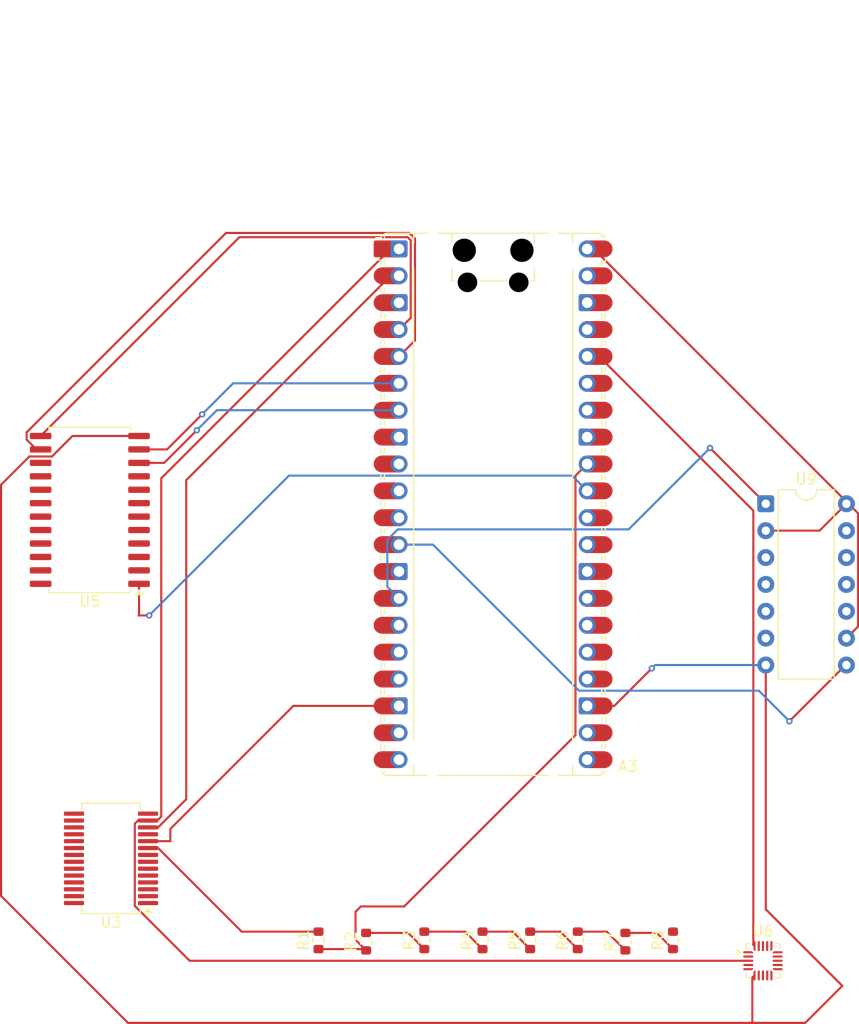
<source format=kicad_pcb>
(kicad_pcb (version 20241229) (generator "pcbnew") (generator_version "9.0")
  (layers (0 "F.Cu" signal) (2 "B.Cu" signal) (13 "F.Paste" user) (15 "B.Paste" user) (5 "F.SilkS" user "F.Silkscreen") (7 "B.SilkS" user "B.Silkscreen") (1 "F.Mask" user) (3 "B.Mask" user) (25 "Edge.Cuts" user))
  (net 0 "")
  (net 3 "Net-(A3-3V3)")
  (net 4 "Net-(A3-GPIO19)")
  (net 6 "Net-(A3-GPIO26_ADC0)")
  (net 7 "Net-(A3-GPIO13)")
  (net 9 "Net-(A3-VBUS)")
  (net 10 "Net-(A3-GPIO2)")
  (net 11 "Net-(A3-GPIO14)")
  (net 12 "Net-(U3-VSS)")
  (net 13 "Net-(A3-GPIO9)")
  (net 14 "Net-(A3-GPIO4)")
  (net 16 "Net-(A3-GPIO27_ADC1)")
  (net 17 "Net-(A3-GPIO3)")
  (net 18 "Net-(A3-GPIO15)")
  (net 19 "Net-(A3-GPIO10)")
  (net 21 "Net-(A3-GPIO20)")
  (net 22 "Net-(A3-GPIO18)")
  (net 23 "Net-(A3-GPIO12)")
  (net 24 "Net-(A3-GPIO16)")
  (net 26 "Net-(A3-GPIO11)")
  (net 29 "Net-(A3-GPIO5)")
  (net 30 "Net-(A3-GPIO21)")
  (net 31 "Net-(A3-GPIO17)")
  (net 32 "Net-(A3-GPIO0)")
  (net 34 "Net-(A3-GPIO1)")
  (net 35 "Net-(R2-Pad2)")
  (net 36 "Net-(R3-Pad2)")
  (net 37 "Net-(R4-Pad2)")
  (net 38 "Net-(R5-Pad2)")
  (net 39 "Net-(R6-Pad2)")
  (net 40 "Net-(R7-Pad2)")
  (net 41 "Net-(R8-Pad2)")
  (net 42 "Net-(U3-GPA3)")
  (net 43 "Net-(U3-GPA6)")
  (net 44 "Net-(U3-GPB6)")
  (net 46 "Net-(U3-GPB4)")
  (net 47 "Net-(U3-GPB5)")
  (net 49 "Net-(U3-GPA4)")
  (net 51 "Net-(U3-GPB7)")
  (net 54 "Net-(U3-GPA7)")
  (net 58 "Net-(U3-GPA0)")
  (net 59 "Net-(U3-GPA5)")
  (net 63 "Net-(U3-GPA2)")
  (net 65 "Net-(U3-GPA1)")
  (net 66 "Net-(U5-I9)")
  (net 68 "Net-(U5-I14)")
  (net 69 "Net-(U5-I10)")
  (net 70 "Net-(U5-I13)")
  (net 71 "Net-(U5-I11)")
  (net 72 "Net-(U5-I8)")
  (net 73 "Net-(U5-I1)")
  (net 74 "Net-(U5-I15)")
  (net 75 "Net-(U5-I4)")
  (net 76 "Net-(U5-I5)")
  (net 77 "Net-(U5-I12)")
  (net 78 "Net-(U5-I0)")
  (net 79 "Net-(U5-I6)")
  (net 80 "Net-(U5-I3)")
  (net 81 "Net-(U5-I2)")
  (net 82 "Net-(U5-I7)")
  (footprint "Resistor_SMD:R_0603_1608Metric" (layer "F.Cu") (at 99.5 139.205 90)
    (property "Reference" "R1" (at 0 -1.43 90) (layer "F.SilkS"))
    (property "Value" "10k")
    (pad "1" smd roundrect (at -0.825 0 90) (size 0.8 0.95) (layers "F.Cu" "F.Mask" "F.Paste") (net 16 "Net-(A3-GPIO27_ADC1)"))
    (pad "2" smd roundrect (at 0.825 0 90) (size 0.8 0.95) (layers "F.Cu" "F.Mask" "F.Paste") (net 3 "Net-(A3-3V3)"))
  )
  (footprint "Package_DFN_QFN:UQFN-20_3x3mm_P0.4mm" (layer "F.Cu") (at 141.5025 141.13)
    (property "Reference" "U6" (at 0 -2.8 0) (layer "F.SilkS"))
    (property "Value" "MPR121QR2")
    (pad "1" smd custom (at -1.3875 -0.8) (size 0.115147 0.115147) (layers "F.Cu" "F.Mask" "F.Paste") (options (clearance outline) (anchor circle)) (primitives (gr_poly (pts (xy -0.4225 -0.06) (xy 0.325931 -0.06) (xy 0.4225 0.036569) (xy 0.4225 0.06) (xy -0.4225 0.06)) (width 0.08) (fill yes))))
    (pad "2" smd roundrect (at -1.3875 -0.4) (size 0.925 0.2) (layers "F.Cu" "F.Mask" "F.Paste") (net 34 "Net-(A3-GPIO1)"))
    (pad "3" smd roundrect (at -1.3875 0) (size 0.925 0.2) (layers "F.Cu" "F.Mask" "F.Paste") (net 32 "Net-(A3-GPIO0)"))
    (pad "4" smd roundrect (at -1.3875 0.4) (size 0.925 0.2) (layers "F.Cu" "F.Mask" "F.Paste"))
    (pad "5" smd custom (at -1.3875 0.8) (size 0.115147 0.115147) (layers "F.Cu" "F.Mask" "F.Paste") (options (clearance outline) (anchor circle)) (primitives (gr_poly (pts (xy -0.4225 -0.06) (xy 0.4225 -0.06) (xy 0.4225 -0.036569) (xy 0.325931 0.06) (xy -0.4225 0.06)) (width 0.08) (fill yes))))
    (pad "6" smd custom (at -0.8 1.3875) (size 0.115147 0.115147) (layers "F.Cu" "F.Mask" "F.Paste") (net 12 "Net-(U3-VSS)") (options (clearance outline) (anchor circle)) (primitives (gr_poly (pts (xy -0.06 -0.325931) (xy 0.036569 -0.4225) (xy 0.06 -0.4225) (xy 0.06 0.4225) (xy -0.06 0.4225)) (width 0.08) (fill yes))))
    (pad "7" smd roundrect (at -0.4 1.3875) (size 0.2 0.925) (layers "F.Cu" "F.Mask" "F.Paste"))
    (pad "8" smd roundrect (at 0 1.3875) (size 0.2 0.925) (layers "F.Cu" "F.Mask" "F.Paste"))
    (pad "9" smd roundrect (at 0.4 1.3875) (size 0.2 0.925) (layers "F.Cu" "F.Mask" "F.Paste"))
    (pad "10" smd custom (at 0.8 1.3875) (size 0.115147 0.115147) (layers "F.Cu" "F.Mask" "F.Paste") (options (clearance outline) (anchor circle)) (primitives (gr_poly (pts (xy -0.06 -0.4225) (xy -0.036569 -0.4225) (xy 0.06 -0.325931) (xy 0.06 0.4225) (xy -0.06 0.4225)) (width 0.08) (fill yes))))
    (pad "11" smd custom (at 1.3875 0.8) (size 0.115147 0.115147) (layers "F.Cu" "F.Mask" "F.Paste") (options (clearance outline) (anchor circle)) (primitives (gr_poly (pts (xy -0.4225 -0.06) (xy 0.4225 -0.06) (xy 0.4225 0.06) (xy -0.325931 0.06) (xy -0.4225 -0.036569)) (width 0.08) (fill yes))))
    (pad "12" smd roundrect (at 1.3875 0.4) (size 0.925 0.2) (layers "F.Cu" "F.Mask" "F.Paste"))
    (pad "13" smd roundrect (at 1.3875 0) (size 0.925 0.2) (layers "F.Cu" "F.Mask" "F.Paste"))
    (pad "14" smd roundrect (at 1.3875 -0.4) (size 0.925 0.2) (layers "F.Cu" "F.Mask" "F.Paste"))
    (pad "15" smd custom (at 1.3875 -0.8) (size 0.115147 0.115147) (layers "F.Cu" "F.Mask" "F.Paste") (options (clearance outline) (anchor circle)) (primitives (gr_poly (pts (xy -0.4225 0.036569) (xy -0.325931 -0.06) (xy 0.4225 -0.06) (xy 0.4225 0.06) (xy -0.4225 0.06)) (width 0.08) (fill yes))))
    (pad "16" smd custom (at 0.8 -1.3875) (size 0.115147 0.115147) (layers "F.Cu" "F.Mask" "F.Paste") (options (clearance outline) (anchor circle)) (primitives (gr_poly (pts (xy -0.06 -0.4225) (xy 0.06 -0.4225) (xy 0.06 0.325931) (xy -0.036569 0.4225) (xy -0.06 0.4225)) (width 0.08) (fill yes))))
    (pad "17" smd roundrect (at 0.4 -1.3875) (size 0.2 0.925) (layers "F.Cu" "F.Mask" "F.Paste"))
    (pad "18" smd roundrect (at 0 -1.3875) (size 0.2 0.925) (layers "F.Cu" "F.Mask" "F.Paste"))
    (pad "19" smd roundrect (at -0.4 -1.3875) (size 0.2 0.925) (layers "F.Cu" "F.Mask" "F.Paste"))
    (pad "20" smd custom (at -0.8 -1.3875) (size 0.115147 0.115147) (layers "F.Cu" "F.Mask" "F.Paste") (net 3 "Net-(A3-3V3)") (options (clearance outline) (anchor circle)) (primitives (gr_poly (pts (xy -0.06 -0.4225) (xy 0.06 -0.4225) (xy 0.06 0.4225) (xy 0.036569 0.4225) (xy -0.06 0.325931)) (width 0.08) (fill yes))))
  )
  (footprint "Package_SO:SOIC-24W_7.5x15.4mm_P1.27mm" (layer "F.Cu") (at 77.89 98.53 180)
    (property "Reference" "U5" (at 0 -8.65 0) (layer "F.SilkS"))
    (property "Value" "CD74HC4067M")
    (pad "1" smd roundrect (at -4.65 -6.985 180) (size 2.05 0.6) (layers "F.Cu" "F.Mask" "F.Paste") (net 6 "Net-(A3-GPIO26_ADC0)"))
    (pad "2" smd roundrect (at -4.65 -5.715 180) (size 2.05 0.6) (layers "F.Cu" "F.Mask" "F.Paste") (net 82 "Net-(U5-I7)"))
    (pad "3" smd roundrect (at -4.65 -4.445 180) (size 2.05 0.6) (layers "F.Cu" "F.Mask" "F.Paste") (net 79 "Net-(U5-I6)"))
    (pad "4" smd roundrect (at -4.65 -3.175 180) (size 2.05 0.6) (layers "F.Cu" "F.Mask" "F.Paste") (net 76 "Net-(U5-I5)"))
    (pad "5" smd roundrect (at -4.65 -1.905 180) (size 2.05 0.6) (layers "F.Cu" "F.Mask" "F.Paste") (net 75 "Net-(U5-I4)"))
    (pad "6" smd roundrect (at -4.65 -0.635 180) (size 2.05 0.6) (layers "F.Cu" "F.Mask" "F.Paste") (net 80 "Net-(U5-I3)"))
    (pad "7" smd roundrect (at -4.65 0.635 180) (size 2.05 0.6) (layers "F.Cu" "F.Mask" "F.Paste") (net 81 "Net-(U5-I2)"))
    (pad "8" smd roundrect (at -4.65 1.905 180) (size 2.05 0.6) (layers "F.Cu" "F.Mask" "F.Paste") (net 73 "Net-(U5-I1)"))
    (pad "9" smd roundrect (at -4.65 3.175 180) (size 2.05 0.6) (layers "F.Cu" "F.Mask" "F.Paste") (net 78 "Net-(U5-I0)"))
    (pad "10" smd roundrect (at -4.65 4.445 180) (size 2.05 0.6) (layers "F.Cu" "F.Mask" "F.Paste") (net 29 "Net-(A3-GPIO5)"))
    (pad "11" smd roundrect (at -4.65 5.715 180) (size 2.05 0.6) (layers "F.Cu" "F.Mask" "F.Paste") (net 14 "Net-(A3-GPIO4)"))
    (pad "12" smd roundrect (at -4.65 6.985 180) (size 2.05 0.6) (layers "F.Cu" "F.Mask" "F.Paste") (net 12 "Net-(U3-VSS)"))
    (pad "13" smd roundrect (at 4.65 6.985 180) (size 2.05 0.6) (layers "F.Cu" "F.Mask" "F.Paste") (net 10 "Net-(A3-GPIO2)"))
    (pad "14" smd roundrect (at 4.65 5.715 180) (size 2.05 0.6) (layers "F.Cu" "F.Mask" "F.Paste") (net 17 "Net-(A3-GPIO3)"))
    (pad "15" smd roundrect (at 4.65 4.445 180) (size 2.05 0.6) (layers "F.Cu" "F.Mask" "F.Paste"))
    (pad "16" smd roundrect (at 4.65 3.175 180) (size 2.05 0.6) (layers "F.Cu" "F.Mask" "F.Paste") (net 74 "Net-(U5-I15)"))
    (pad "17" smd roundrect (at 4.65 1.905 180) (size 2.05 0.6) (layers "F.Cu" "F.Mask" "F.Paste") (net 68 "Net-(U5-I14)"))
    (pad "18" smd roundrect (at 4.65 0.635 180) (size 2.05 0.6) (layers "F.Cu" "F.Mask" "F.Paste") (net 70 "Net-(U5-I13)"))
    (pad "19" smd roundrect (at 4.65 -0.635 180) (size 2.05 0.6) (layers "F.Cu" "F.Mask" "F.Paste") (net 77 "Net-(U5-I12)"))
    (pad "20" smd roundrect (at 4.65 -1.905 180) (size 2.05 0.6) (layers "F.Cu" "F.Mask" "F.Paste") (net 71 "Net-(U5-I11)"))
    (pad "21" smd roundrect (at 4.65 -3.175 180) (size 2.05 0.6) (layers "F.Cu" "F.Mask" "F.Paste") (net 69 "Net-(U5-I10)"))
    (pad "22" smd roundrect (at 4.65 -4.445 180) (size 2.05 0.6) (layers "F.Cu" "F.Mask" "F.Paste") (net 66 "Net-(U5-I9)"))
    (pad "23" smd roundrect (at 4.65 -5.715 180) (size 2.05 0.6) (layers "F.Cu" "F.Mask" "F.Paste") (net 72 "Net-(U5-I8)"))
    (pad "24" smd roundrect (at 4.65 -6.985 180) (size 2.05 0.6) (layers "F.Cu" "F.Mask" "F.Paste") (net 3 "Net-(A3-3V3)"))
  )
  (footprint "Package_DIP:DIP-14_W7.62mm" (layer "F.Cu") (at 141.77 97.95)
    (property "Reference" "U9" (at 3.81 -2.33 0) (layer "F.SilkS"))
    (property "Value" "74HCT164")
    (pad "1" thru_hole roundrect (at 0 0) (size 1.6 1.6) (drill 0.8) (layers "*.Cu" "*.Mask") (roundrect_rratio 0.15625) (net 19 "Net-(A3-GPIO10)"))
    (pad "2" thru_hole circle (at 0 2.54) (size 1.6 1.6) (drill 0.8) (layers "*.Cu" "*.Mask") (net 9 "Net-(A3-VBUS)"))
    (pad "3" thru_hole circle (at 0 5.08) (size 1.6 1.6) (drill 0.8) (layers "*.Cu" "*.Mask"))
    (pad "4" thru_hole circle (at 0 7.62) (size 1.6 1.6) (drill 0.8) (layers "*.Cu" "*.Mask"))
    (pad "5" thru_hole circle (at 0 10.16) (size 1.6 1.6) (drill 0.8) (layers "*.Cu" "*.Mask"))
    (pad "6" thru_hole circle (at 0 12.7) (size 1.6 1.6) (drill 0.8) (layers "*.Cu" "*.Mask"))
    (pad "7" thru_hole circle (at 0 15.24) (size 1.6 1.6) (drill 0.8) (layers "*.Cu" "*.Mask") (net 12 "Net-(U3-VSS)"))
    (pad "8" thru_hole circle (at 7.62 15.24) (size 1.6 1.6) (drill 0.8) (layers "*.Cu" "*.Mask") (net 13 "Net-(A3-GPIO9)"))
    (pad "9" thru_hole circle (at 7.62 12.7) (size 1.6 1.6) (drill 0.8) (layers "*.Cu" "*.Mask") (net 9 "Net-(A3-VBUS)"))
    (pad "10" thru_hole circle (at 7.62 10.16) (size 1.6 1.6) (drill 0.8) (layers "*.Cu" "*.Mask"))
    (pad "11" thru_hole circle (at 7.62 7.62) (size 1.6 1.6) (drill 0.8) (layers "*.Cu" "*.Mask"))
    (pad "12" thru_hole circle (at 7.62 5.08) (size 1.6 1.6) (drill 0.8) (layers "*.Cu" "*.Mask"))
    (pad "13" thru_hole circle (at 7.62 2.54) (size 1.6 1.6) (drill 0.8) (layers "*.Cu" "*.Mask"))
    (pad "14" thru_hole circle (at 7.62 0) (size 1.6 1.6) (drill 0.8) (layers "*.Cu" "*.Mask") (net 9 "Net-(A3-VBUS)"))
  )
  (footprint "Resistor_SMD:R_0603_1608Metric" (layer "F.Cu") (at 133 139.205 90)
    (property "Reference" "R8" (at 0 -1.43 90) (layer "F.SilkS"))
    (property "Value" "15k")
    (pad "1" smd roundrect (at -0.825 0 90) (size 0.8 0.95) (layers "F.Cu" "F.Mask" "F.Paste") (net 40 "Net-(R7-Pad2)"))
    (pad "2" smd roundrect (at 0.825 0 90) (size 0.8 0.95) (layers "F.Cu" "F.Mask" "F.Paste") (net 41 "Net-(R8-Pad2)"))
  )
  (footprint "Resistor_SMD:R_0603_1608Metric" (layer "F.Cu") (at 104 139.325 90)
    (property "Reference" "R2" (at 0 -1.43 90) (layer "F.SilkS"))
    (property "Value" "1.2k")
    (pad "1" smd roundrect (at -0.825 0 90) (size 0.8 0.95) (layers "F.Cu" "F.Mask" "F.Paste") (net 16 "Net-(A3-GPIO27_ADC1)"))
    (pad "2" smd roundrect (at 0.825 0 90) (size 0.8 0.95) (layers "F.Cu" "F.Mask" "F.Paste") (net 35 "Net-(R2-Pad2)"))
  )
  (footprint "Module:RaspberryPi_Pico_Common_Unspecified" (layer "F.Cu") (at 116 98)
    (property "Reference" "A3" (at 11.7475 24.765 0) (layer "F.SilkS") (effects (justify left)))
    (property "Value" "RaspberryPi_Pico")
    (pad "" np_thru_hole circle (at -2.725 -24) (size 2.2 2.2) (drill 2.2) (layers "*.Mask"))
    (pad "" np_thru_hole circle (at -2.425 -20.97) (size 1.85 1.85) (drill 1.85) (layers "*.Mask"))
    (pad "" np_thru_hole circle (at 2.425 -20.97) (size 1.85 1.85) (drill 1.85) (layers "*.Mask"))
    (pad "" np_thru_hole circle (at 2.725 -24) (size 2.2 2.2) (drill 2.2) (layers "*.Mask"))
    (pad "1" smd custom (at -9.69 -24.13) (size 1.6 0.8) (layers "F.Cu" "F.Mask") (net 32 "Net-(A3-GPIO0)") (options (clearance outline) (anchor rect)) (primitives (gr_circle (center 0.8 0) (end 1.6 0) (width 0) (fill yes)) (gr_poly (pts (xy -1.6 -0.6) (xy -1.6 0.6) (xy -1.4 0.8) (xy 0.8 0.8) (xy 0.8 -0.8) (xy -1.4 -0.8)) (width 0) (fill yes)) (gr_circle (center -1.4 -0.6) (end -1.2 -0.6) (width 0) (fill yes)) (gr_circle (center -1.4 0.6) (end -1.2 0.6) (width 0) (fill yes))))
    (pad "1" thru_hole roundrect (at -8.89 -24.13) (size 1.6 1.6) (drill 1) (layers "*.Cu" "*.Mask") (roundrect_rratio 0.125) (net 32 "Net-(A3-GPIO0)"))
    (pad "2" smd roundrect (at -9.69 -21.59) (size 3.2 1.6) (layers "F.Cu" "F.Mask") (roundrect_rratio 0.5) (net 34 "Net-(A3-GPIO1)"))
    (pad "2" thru_hole circle (at -8.89 -21.59) (size 1.6 1.6) (drill 1) (layers "*.Cu" "*.Mask") (net 34 "Net-(A3-GPIO1)"))
    (pad "3" smd custom (at -9.69 -19.05) (size 1.6 0.8) (layers "F.Cu" "F.Mask") (net 12 "Net-(U3-VSS)") (options (clearance outline) (anchor rect)) (primitives (gr_circle (center -0.8 0) (end 0 0) (width 0) (fill yes)) (gr_poly (pts (xy 1.6 -0.6) (xy 1.6 0.6) (xy 1.4 0.8) (xy -0.8 0.8) (xy -0.8 -0.8) (xy 1.4 -0.8)) (width 0) (fill yes)) (gr_circle (center 1.4 -0.6) (end 1.6 -0.6) (width 0) (fill yes)) (gr_circle (center 1.4 0.6) (end 1.6 0.6) (width 0) (fill yes))))
    (pad "3" thru_hole custom (at -8.89 -19.05) (size 1.6 1.6) (drill 1) (layers "*.Cu" "*.Mask") (net 12 "Net-(U3-VSS)") (options (clearance outline) (anchor circle)) (primitives (gr_poly (pts (xy 0.8 0.6) (xy 0.8 -0.6) (xy 0.6 -0.8) (xy 0 -0.8) (xy 0 0.8) (xy 0.6 0.8)) (width 0) (fill yes)) (gr_circle (center 0.6 0.6) (end 0.8 0.6) (width 0) (fill yes)) (gr_circle (center 0.6 -0.6) (end 0.8 -0.6) (width 0) (fill yes))))
    (pad "4" smd roundrect (at -9.69 -16.51) (size 3.2 1.6) (layers "F.Cu" "F.Mask") (roundrect_rratio 0.5) (net 10 "Net-(A3-GPIO2)"))
    (pad "4" thru_hole circle (at -8.89 -16.51) (size 1.6 1.6) (drill 1) (layers "*.Cu" "*.Mask") (net 10 "Net-(A3-GPIO2)"))
    (pad "5" smd roundrect (at -9.69 -13.97) (size 3.2 1.6) (layers "F.Cu" "F.Mask") (roundrect_rratio 0.5) (net 17 "Net-(A3-GPIO3)"))
    (pad "5" thru_hole circle (at -8.89 -13.97) (size 1.6 1.6) (drill 1) (layers "*.Cu" "*.Mask") (net 17 "Net-(A3-GPIO3)"))
    (pad "6" smd roundrect (at -9.69 -11.43) (size 3.2 1.6) (layers "F.Cu" "F.Mask") (roundrect_rratio 0.5) (net 14 "Net-(A3-GPIO4)"))
    (pad "6" thru_hole circle (at -8.89 -11.43) (size 1.6 1.6) (drill 1) (layers "*.Cu" "*.Mask") (net 14 "Net-(A3-GPIO4)"))
    (pad "7" smd roundrect (at -9.69 -8.89) (size 3.2 1.6) (layers "F.Cu" "F.Mask") (roundrect_rratio 0.5) (net 29 "Net-(A3-GPIO5)"))
    (pad "7" thru_hole circle (at -8.89 -8.89) (size 1.6 1.6) (drill 1) (layers "*.Cu" "*.Mask") (net 29 "Net-(A3-GPIO5)"))
    (pad "8" smd custom (at -9.69 -6.35) (size 1.6 0.8) (layers "F.Cu" "F.Mask") (net 12 "Net-(U3-VSS)") (options (clearance outline) (anchor rect)) (primitives (gr_circle (center -0.8 0) (end 0 0) (width 0) (fill yes)) (gr_poly (pts (xy 1.6 -0.6) (xy 1.6 0.6) (xy 1.4 0.8) (xy -0.8 0.8) (xy -0.8 -0.8) (xy 1.4 -0.8)) (width 0) (fill yes)) (gr_circle (center 1.4 -0.6) (end 1.6 -0.6) (width 0) (fill yes)) (gr_circle (center 1.4 0.6) (end 1.6 0.6) (width 0) (fill yes))))
    (pad "8" thru_hole custom (at -8.89 -6.35) (size 1.6 1.6) (drill 1) (layers "*.Cu" "*.Mask") (net 12 "Net-(U3-VSS)") (options (clearance outline) (anchor circle)) (primitives (gr_poly (pts (xy 0.8 0.6) (xy 0.8 -0.6) (xy 0.6 -0.8) (xy 0 -0.8) (xy 0 0.8) (xy 0.6 0.8)) (width 0) (fill yes)) (gr_circle (center 0.6 0.6) (end 0.8 0.6) (width 0) (fill yes)) (gr_circle (center 0.6 -0.6) (end 0.8 -0.6) (width 0) (fill yes))))
    (pad "9" smd roundrect (at -9.69 -3.81) (size 3.2 1.6) (layers "F.Cu" "F.Mask") (roundrect_rratio 0.5))
    (pad "9" thru_hole circle (at -8.89 -3.81) (size 1.6 1.6) (drill 1) (layers "*.Cu" "*.Mask"))
    (pad "10" smd roundrect (at -9.69 -1.27) (size 3.2 1.6) (layers "F.Cu" "F.Mask") (roundrect_rratio 0.5))
    (pad "10" thru_hole circle (at -8.89 -1.27) (size 1.6 1.6) (drill 1) (layers "*.Cu" "*.Mask"))
    (pad "11" smd roundrect (at -9.69 1.27) (size 3.2 1.6) (layers "F.Cu" "F.Mask") (roundrect_rratio 0.5))
    (pad "11" thru_hole circle (at -8.89 1.27) (size 1.6 1.6) (drill 1) (layers "*.Cu" "*.Mask"))
    (pad "12" smd roundrect (at -9.69 3.81) (size 3.2 1.6) (layers "F.Cu" "F.Mask") (roundrect_rratio 0.5) (net 13 "Net-(A3-GPIO9)"))
    (pad "12" thru_hole circle (at -8.89 3.81) (size 1.6 1.6) (drill 1) (layers "*.Cu" "*.Mask") (net 13 "Net-(A3-GPIO9)"))
    (pad "13" smd custom (at -9.69 6.35) (size 1.6 0.8) (layers "F.Cu" "F.Mask") (net 12 "Net-(U3-VSS)") (options (clearance outline) (anchor rect)) (primitives (gr_circle (center -0.8 0) (end 0 0) (width 0) (fill yes)) (gr_poly (pts (xy 1.6 -0.6) (xy 1.6 0.6) (xy 1.4 0.8) (xy -0.8 0.8) (xy -0.8 -0.8) (xy 1.4 -0.8)) (width 0) (fill yes)) (gr_circle (center 1.4 -0.6) (end 1.6 -0.6) (width 0) (fill yes)) (gr_circle (center 1.4 0.6) (end 1.6 0.6) (width 0) (fill yes))))
    (pad "13" thru_hole custom (at -8.89 6.35) (size 1.6 1.6) (drill 1) (layers "*.Cu" "*.Mask") (net 12 "Net-(U3-VSS)") (options (clearance outline) (anchor circle)) (primitives (gr_poly (pts (xy 0.8 0.6) (xy 0.8 -0.6) (xy 0.6 -0.8) (xy 0 -0.8) (xy 0 0.8) (xy 0.6 0.8)) (width 0) (fill yes)) (gr_circle (center 0.6 0.6) (end 0.8 0.6) (width 0) (fill yes)) (gr_circle (center 0.6 -0.6) (end 0.8 -0.6) (width 0) (fill yes))))
    (pad "14" smd roundrect (at -9.69 8.89) (size 3.2 1.6) (layers "F.Cu" "F.Mask") (roundrect_rratio 0.5) (net 19 "Net-(A3-GPIO10)"))
    (pad "14" thru_hole circle (at -8.89 8.89) (size 1.6 1.6) (drill 1) (layers "*.Cu" "*.Mask") (net 19 "Net-(A3-GPIO10)"))
    (pad "15" smd roundrect (at -9.69 11.43) (size 3.2 1.6) (layers "F.Cu" "F.Mask") (roundrect_rratio 0.5) (net 26 "Net-(A3-GPIO11)"))
    (pad "15" thru_hole circle (at -8.89 11.43) (size 1.6 1.6) (drill 1) (layers "*.Cu" "*.Mask") (net 26 "Net-(A3-GPIO11)"))
    (pad "16" smd roundrect (at -9.69 13.97) (size 3.2 1.6) (layers "F.Cu" "F.Mask") (roundrect_rratio 0.5) (net 23 "Net-(A3-GPIO12)"))
    (pad "16" thru_hole circle (at -8.89 13.97) (size 1.6 1.6) (drill 1) (layers "*.Cu" "*.Mask") (net 23 "Net-(A3-GPIO12)"))
    (pad "17" smd roundrect (at -9.69 16.51) (size 3.2 1.6) (layers "F.Cu" "F.Mask") (roundrect_rratio 0.5) (net 7 "Net-(A3-GPIO13)"))
    (pad "17" thru_hole circle (at -8.89 16.51) (size 1.6 1.6) (drill 1) (layers "*.Cu" "*.Mask") (net 7 "Net-(A3-GPIO13)"))
    (pad "18" smd custom (at -9.69 19.05) (size 1.6 0.8) (layers "F.Cu" "F.Mask") (net 12 "Net-(U3-VSS)") (options (clearance outline) (anchor rect)) (primitives (gr_circle (center -0.8 0) (end 0 0) (width 0) (fill yes)) (gr_poly (pts (xy 1.6 -0.6) (xy 1.6 0.6) (xy 1.4 0.8) (xy -0.8 0.8) (xy -0.8 -0.8) (xy 1.4 -0.8)) (width 0) (fill yes)) (gr_circle (center 1.4 -0.6) (end 1.6 -0.6) (width 0) (fill yes)) (gr_circle (center 1.4 0.6) (end 1.6 0.6) (width 0) (fill yes))))
    (pad "18" thru_hole custom (at -8.89 19.05) (size 1.6 1.6) (drill 1) (layers "*.Cu" "*.Mask") (net 12 "Net-(U3-VSS)") (options (clearance outline) (anchor circle)) (primitives (gr_poly (pts (xy 0.8 0.6) (xy 0.8 -0.6) (xy 0.6 -0.8) (xy 0 -0.8) (xy 0 0.8) (xy 0.6 0.8)) (width 0) (fill yes)) (gr_circle (center 0.6 0.6) (end 0.8 0.6) (width 0) (fill yes)) (gr_circle (center 0.6 -0.6) (end 0.8 -0.6) (width 0) (fill yes))))
    (pad "19" smd roundrect (at -9.69 21.59) (size 3.2 1.6) (layers "F.Cu" "F.Mask") (roundrect_rratio 0.5) (net 11 "Net-(A3-GPIO14)"))
    (pad "19" thru_hole circle (at -8.89 21.59) (size 1.6 1.6) (drill 1) (layers "*.Cu" "*.Mask") (net 11 "Net-(A3-GPIO14)"))
    (pad "20" smd roundrect (at -9.69 24.13) (size 3.2 1.6) (layers "F.Cu" "F.Mask") (roundrect_rratio 0.5) (net 18 "Net-(A3-GPIO15)"))
    (pad "20" thru_hole circle (at -8.89 24.13) (size 1.6 1.6) (drill 1) (layers "*.Cu" "*.Mask") (net 18 "Net-(A3-GPIO15)"))
    (pad "21" thru_hole circle (at 8.89 24.13) (size 1.6 1.6) (drill 1) (layers "*.Cu" "*.Mask") (net 24 "Net-(A3-GPIO16)"))
    (pad "21" smd roundrect (at 9.69 24.13) (size 3.2 1.6) (layers "F.Cu" "F.Mask") (roundrect_rratio 0.5) (net 24 "Net-(A3-GPIO16)"))
    (pad "22" thru_hole circle (at 8.89 21.59) (size 1.6 1.6) (drill 1) (layers "*.Cu" "*.Mask") (net 31 "Net-(A3-GPIO17)"))
    (pad "22" smd roundrect (at 9.69 21.59) (size 3.2 1.6) (layers "F.Cu" "F.Mask") (roundrect_rratio 0.5) (net 31 "Net-(A3-GPIO17)"))
    (pad "23" thru_hole custom (at 8.89 19.05) (size 1.6 1.6) (drill 1) (layers "*.Cu" "*.Mask") (net 12 "Net-(U3-VSS)") (options (clearance outline) (anchor circle)) (primitives (gr_poly (pts (xy -0.8 0.6) (xy -0.8 -0.6) (xy -0.6 -0.8) (xy 0 -0.8) (xy 0 0.8) (xy -0.6 0.8)) (width 0) (fill yes)) (gr_circle (center -0.6 0.6) (end -0.4 0.6) (width 0) (fill yes)) (gr_circle (center -0.6 -0.6) (end -0.4 -0.6) (width 0) (fill yes))))
    (pad "23" smd custom (at 9.69 19.05) (size 1.6 0.8) (layers "F.Cu" "F.Mask") (net 12 "Net-(U3-VSS)") (options (clearance outline) (anchor rect)) (primitives (gr_circle (center 0.8 0) (end 1.6 0) (width 0) (fill yes)) (gr_poly (pts (xy -1.6 -0.6) (xy -1.6 0.6) (xy -1.4 0.8) (xy 0.8 0.8) (xy 0.8 -0.8) (xy -1.4 -0.8)) (width 0) (fill yes)) (gr_circle (center -1.4 -0.6) (end -1.2 -0.6) (width 0) (fill yes)) (gr_circle (center -1.4 0.6) (end -1.2 0.6) (width 0) (fill yes))))
    (pad "24" thru_hole circle (at 8.89 16.51) (size 1.6 1.6) (drill 1) (layers "*.Cu" "*.Mask") (net 22 "Net-(A3-GPIO18)"))
    (pad "24" smd roundrect (at 9.69 16.51) (size 3.2 1.6) (layers "F.Cu" "F.Mask") (roundrect_rratio 0.5) (net 22 "Net-(A3-GPIO18)"))
    (pad "25" thru_hole circle (at 8.89 13.97) (size 1.6 1.6) (drill 1) (layers "*.Cu" "*.Mask") (net 4 "Net-(A3-GPIO19)"))
    (pad "25" smd roundrect (at 9.69 13.97) (size 3.2 1.6) (layers "F.Cu" "F.Mask") (roundrect_rratio 0.5) (net 4 "Net-(A3-GPIO19)"))
    (pad "26" thru_hole circle (at 8.89 11.43) (size 1.6 1.6) (drill 1) (layers "*.Cu" "*.Mask") (net 21 "Net-(A3-GPIO20)"))
    (pad "26" smd roundrect (at 9.69 11.43) (size 3.2 1.6) (layers "F.Cu" "F.Mask") (roundrect_rratio 0.5) (net 21 "Net-(A3-GPIO20)"))
    (pad "27" thru_hole circle (at 8.89 8.89) (size 1.6 1.6) (drill 1) (layers "*.Cu" "*.Mask") (net 30 "Net-(A3-GPIO21)"))
    (pad "27" smd roundrect (at 9.69 8.89) (size 3.2 1.6) (layers "F.Cu" "F.Mask") (roundrect_rratio 0.5) (net 30 "Net-(A3-GPIO21)"))
    (pad "28" thru_hole custom (at 8.89 6.35) (size 1.6 1.6) (drill 1) (layers "*.Cu" "*.Mask") (net 12 "Net-(U3-VSS)") (options (clearance outline) (anchor circle)) (primitives (gr_poly (pts (xy -0.8 0.6) (xy -0.8 -0.6) (xy -0.6 -0.8) (xy 0 -0.8) (xy 0 0.8) (xy -0.6 0.8)) (width 0) (fill yes)) (gr_circle (center -0.6 0.6) (end -0.4 0.6) (width 0) (fill yes)) (gr_circle (center -0.6 -0.6) (end -0.4 -0.6) (width 0) (fill yes))))
    (pad "28" smd custom (at 9.69 6.35) (size 1.6 0.8) (layers "F.Cu" "F.Mask") (net 12 "Net-(U3-VSS)") (options (clearance outline) (anchor rect)) (primitives (gr_circle (center 0.8 0) (end 1.6 0) (width 0) (fill yes)) (gr_poly (pts (xy -1.6 -0.6) (xy -1.6 0.6) (xy -1.4 0.8) (xy 0.8 0.8) (xy 0.8 -0.8) (xy -1.4 -0.8)) (width 0) (fill yes)) (gr_circle (center -1.4 -0.6) (end -1.2 -0.6) (width 0) (fill yes)) (gr_circle (center -1.4 0.6) (end -1.2 0.6) (width 0) (fill yes))))
    (pad "29" thru_hole circle (at 8.89 3.81) (size 1.6 1.6) (drill 1) (layers "*.Cu" "*.Mask"))
    (pad "29" smd roundrect (at 9.69 3.81) (size 3.2 1.6) (layers "F.Cu" "F.Mask") (roundrect_rratio 0.5))
    (pad "30" thru_hole circle (at 8.89 1.27) (size 1.6 1.6) (drill 1) (layers "*.Cu" "*.Mask"))
    (pad "30" smd roundrect (at 9.69 1.27) (size 3.2 1.6) (layers "F.Cu" "F.Mask") (roundrect_rratio 0.5))
    (pad "31" thru_hole circle (at 8.89 -1.27) (size 1.6 1.6) (drill 1) (layers "*.Cu" "*.Mask") (net 6 "Net-(A3-GPIO26_ADC0)"))
    (pad "31" smd roundrect (at 9.69 -1.27) (size 3.2 1.6) (layers "F.Cu" "F.Mask") (roundrect_rratio 0.5) (net 6 "Net-(A3-GPIO26_ADC0)"))
    (pad "32" thru_hole circle (at 8.89 -3.81) (size 1.6 1.6) (drill 1) (layers "*.Cu" "*.Mask") (net 16 "Net-(A3-GPIO27_ADC1)"))
    (pad "32" smd roundrect (at 9.69 -3.81) (size 3.2 1.6) (layers "F.Cu" "F.Mask") (roundrect_rratio 0.5) (net 16 "Net-(A3-GPIO27_ADC1)"))
    (pad "33" thru_hole custom (at 8.89 -6.35) (size 1.6 1.6) (drill 1) (layers "*.Cu" "*.Mask") (options (clearance outline) (anchor circle)) (primitives (gr_poly (pts (xy -0.8 0.6) (xy -0.8 -0.6) (xy -0.6 -0.8) (xy 0 -0.8) (xy 0 0.8) (xy -0.6 0.8)) (width 0) (fill yes)) (gr_circle (center -0.6 0.6) (end -0.4 0.6) (width 0) (fill yes)) (gr_circle (center -0.6 -0.6) (end -0.4 -0.6) (width 0) (fill yes))))
    (pad "33" smd custom (at 9.69 -6.35) (size 1.6 0.8) (layers "F.Cu" "F.Mask") (options (clearance outline) (anchor rect)) (primitives (gr_circle (center 0.8 0) (end 1.6 0) (width 0) (fill yes)) (gr_poly (pts (xy -1.6 -0.6) (xy -1.6 0.6) (xy -1.4 0.8) (xy 0.8 0.8) (xy 0.8 -0.8) (xy -1.4 -0.8)) (width 0) (fill yes)) (gr_circle (center -1.4 -0.6) (end -1.2 -0.6) (width 0) (fill yes)) (gr_circle (center -1.4 0.6) (end -1.2 0.6) (width 0) (fill yes))))
    (pad "34" thru_hole circle (at 8.89 -8.89) (size 1.6 1.6) (drill 1) (layers "*.Cu" "*.Mask"))
    (pad "34" smd roundrect (at 9.69 -8.89) (size 3.2 1.6) (layers "F.Cu" "F.Mask") (roundrect_rratio 0.5))
    (pad "35" thru_hole circle (at 8.89 -11.43) (size 1.6 1.6) (drill 1) (layers "*.Cu" "*.Mask"))
    (pad "35" smd roundrect (at 9.69 -11.43) (size 3.2 1.6) (layers "F.Cu" "F.Mask") (roundrect_rratio 0.5))
    (pad "36" thru_hole circle (at 8.89 -13.97) (size 1.6 1.6) (drill 1) (layers "*.Cu" "*.Mask") (net 3 "Net-(A3-3V3)"))
    (pad "36" smd roundrect (at 9.69 -13.97) (size 3.2 1.6) (layers "F.Cu" "F.Mask") (roundrect_rratio 0.5) (net 3 "Net-(A3-3V3)"))
    (pad "37" thru_hole circle (at 8.89 -16.51) (size 1.6 1.6) (drill 1) (layers "*.Cu" "*.Mask"))
    (pad "37" smd roundrect (at 9.69 -16.51) (size 3.2 1.6) (layers "F.Cu" "F.Mask") (roundrect_rratio 0.5))
    (pad "38" thru_hole custom (at 8.89 -19.05) (size 1.6 1.6) (drill 1) (layers "*.Cu" "*.Mask") (net 12 "Net-(U3-VSS)") (options (clearance outline) (anchor circle)) (primitives (gr_poly (pts (xy -0.8 0.6) (xy -0.8 -0.6) (xy -0.6 -0.8) (xy 0 -0.8) (xy 0 0.8) (xy -0.6 0.8)) (width 0) (fill yes)) (gr_circle (center -0.6 0.6) (end -0.4 0.6) (width 0) (fill yes)) (gr_circle (center -0.6 -0.6) (end -0.4 -0.6) (width 0) (fill yes))))
    (pad "38" smd custom (at 9.69 -19.05) (size 1.6 0.8) (layers "F.Cu" "F.Mask") (net 12 "Net-(U3-VSS)") (options (clearance outline) (anchor rect)) (primitives (gr_circle (center 0.8 0) (end 1.6 0) (width 0) (fill yes)) (gr_poly (pts (xy -1.6 -0.6) (xy -1.6 0.6) (xy -1.4 0.8) (xy 0.8 0.8) (xy 0.8 -0.8) (xy -1.4 -0.8)) (width 0) (fill yes)) (gr_circle (center -1.4 -0.6) (end -1.2 -0.6) (width 0) (fill yes)) (gr_circle (center -1.4 0.6) (end -1.2 0.6) (width 0) (fill yes))))
    (pad "39" thru_hole circle (at 8.89 -21.59) (size 1.6 1.6) (drill 1) (layers "*.Cu" "*.Mask"))
    (pad "39" smd roundrect (at 9.69 -21.59) (size 3.2 1.6) (layers "F.Cu" "F.Mask") (roundrect_rratio 0.5))
    (pad "40" thru_hole circle (at 8.89 -24.13) (size 1.6 1.6) (drill 1) (layers "*.Cu" "*.Mask") (net 9 "Net-(A3-VBUS)"))
    (pad "40" smd roundrect (at 9.69 -24.13) (size 3.2 1.6) (layers "F.Cu" "F.Mask") (roundrect_rratio 0.5) (net 9 "Net-(A3-VBUS)"))
  )
  (footprint "Resistor_SMD:R_0603_1608Metric" (layer "F.Cu") (at 115 139.205 90)
    (property "Reference" "R4" (at 0 -1.43 90) (layer "F.SilkS"))
    (property "Value" "2.2k")
    (pad "1" smd roundrect (at -0.825 0 90) (size 0.8 0.95) (layers "F.Cu" "F.Mask" "F.Paste") (net 36 "Net-(R3-Pad2)"))
    (pad "2" smd roundrect (at 0.825 0 90) (size 0.8 0.95) (layers "F.Cu" "F.Mask" "F.Paste") (net 37 "Net-(R4-Pad2)"))
  )
  (footprint "Resistor_SMD:R_0603_1608Metric" (layer "F.Cu") (at 119.5 139.205 90)
    (property "Reference" "R5" (at 0 -1.43 90) (layer "F.SilkS"))
    (property "Value" "3k")
    (pad "1" smd roundrect (at -0.825 0 90) (size 0.8 0.95) (layers "F.Cu" "F.Mask" "F.Paste") (net 37 "Net-(R4-Pad2)"))
    (pad "2" smd roundrect (at 0.825 0 90) (size 0.8 0.95) (layers "F.Cu" "F.Mask" "F.Paste") (net 38 "Net-(R5-Pad2)"))
  )
  (footprint "Resistor_SMD:R_0603_1608Metric" (layer "F.Cu") (at 128.5 139.325 90)
    (property "Reference" "R7" (at 0 -1.43 90) (layer "F.SilkS"))
    (property "Value" "7.5k")
    (pad "1" smd roundrect (at -0.825 0 90) (size 0.8 0.95) (layers "F.Cu" "F.Mask" "F.Paste") (net 39 "Net-(R6-Pad2)"))
    (pad "2" smd roundrect (at 0.825 0 90) (size 0.8 0.95) (layers "F.Cu" "F.Mask" "F.Paste") (net 40 "Net-(R7-Pad2)"))
  )
  (footprint "Resistor_SMD:R_0603_1608Metric" (layer "F.Cu") (at 124 139.205 90)
    (property "Reference" "R6" (at 0 -1.43 90) (layer "F.SilkS"))
    (property "Value" "4.7k")
    (pad "1" smd roundrect (at -0.825 0 90) (size 0.8 0.95) (layers "F.Cu" "F.Mask" "F.Paste") (net 38 "Net-(R5-Pad2)"))
    (pad "2" smd roundrect (at 0.825 0 90) (size 0.8 0.95) (layers "F.Cu" "F.Mask" "F.Paste") (net 39 "Net-(R6-Pad2)"))
  )
  (footprint "Package_SO:SSOP-28_5.3x10.2mm_P0.65mm" (layer "F.Cu") (at 79.89 131.455 180)
    (property "Reference" "U3" (at 0 -6.05 0) (layer "F.SilkS"))
    (property "Value" "MCP23017_SS")
    (pad "1" smd roundrect (at -3.5 -4.225 180) (size 1.9 0.4) (layers "F.Cu" "F.Mask" "F.Paste"))
    (pad "2" smd roundrect (at -3.5 -3.575 180) (size 1.9 0.4) (layers "F.Cu" "F.Mask" "F.Paste"))
    (pad "3" smd roundrect (at -3.5 -2.925 180) (size 1.9 0.4) (layers "F.Cu" "F.Mask" "F.Paste"))
    (pad "4" smd roundrect (at -3.5 -2.275 180) (size 1.9 0.4) (layers "F.Cu" "F.Mask" "F.Paste"))
    (pad "5" smd roundrect (at -3.5 -1.625 180) (size 1.9 0.4) (layers "F.Cu" "F.Mask" "F.Paste") (net 46 "Net-(U3-GPB4)"))
    (pad "6" smd roundrect (at -3.5 -0.975 180) (size 1.9 0.4) (layers "F.Cu" "F.Mask" "F.Paste") (net 47 "Net-(U3-GPB5)"))
    (pad "7" smd roundrect (at -3.5 -0.325 180) (size 1.9 0.4) (layers "F.Cu" "F.Mask" "F.Paste") (net 44 "Net-(U3-GPB6)"))
    (pad "8" smd roundrect (at -3.5 0.325 180) (size 1.9 0.4) (layers "F.Cu" "F.Mask" "F.Paste") (net 51 "Net-(U3-GPB7)"))
    (pad "9" smd roundrect (at -3.5 0.975 180) (size 1.9 0.4) (layers "F.Cu" "F.Mask" "F.Paste") (net 3 "Net-(A3-3V3)"))
    (pad "10" smd roundrect (at -3.5 1.625 180) (size 1.9 0.4) (layers "F.Cu" "F.Mask" "F.Paste") (net 12 "Net-(U3-VSS)"))
    (pad "11" smd roundrect (at -3.5 2.275 180) (size 1.9 0.4) (layers "F.Cu" "F.Mask" "F.Paste"))
    (pad "12" smd roundrect (at -3.5 2.925 180) (size 1.9 0.4) (layers "F.Cu" "F.Mask" "F.Paste") (net 34 "Net-(A3-GPIO1)"))
    (pad "13" smd roundrect (at -3.5 3.575 180) (size 1.9 0.4) (layers "F.Cu" "F.Mask" "F.Paste") (net 32 "Net-(A3-GPIO0)"))
    (pad "14" smd roundrect (at -3.5 4.225 180) (size 1.9 0.4) (layers "F.Cu" "F.Mask" "F.Paste"))
    (pad "15" smd roundrect (at 3.5 4.225 180) (size 1.9 0.4) (layers "F.Cu" "F.Mask" "F.Paste"))
    (pad "16" smd roundrect (at 3.5 3.575 180) (size 1.9 0.4) (layers "F.Cu" "F.Mask" "F.Paste"))
    (pad "17" smd roundrect (at 3.5 2.925 180) (size 1.9 0.4) (layers "F.Cu" "F.Mask" "F.Paste"))
    (pad "18" smd roundrect (at 3.5 2.275 180) (size 1.9 0.4) (layers "F.Cu" "F.Mask" "F.Paste"))
    (pad "19" smd roundrect (at 3.5 1.625 180) (size 1.9 0.4) (layers "F.Cu" "F.Mask" "F.Paste"))
    (pad "20" smd roundrect (at 3.5 0.975 180) (size 1.9 0.4) (layers "F.Cu" "F.Mask" "F.Paste"))
    (pad "21" smd roundrect (at 3.5 0.325 180) (size 1.9 0.4) (layers "F.Cu" "F.Mask" "F.Paste") (net 58 "Net-(U3-GPA0)"))
    (pad "22" smd roundrect (at 3.5 -0.325 180) (size 1.9 0.4) (layers "F.Cu" "F.Mask" "F.Paste") (net 65 "Net-(U3-GPA1)"))
    (pad "23" smd roundrect (at 3.5 -0.975 180) (size 1.9 0.4) (layers "F.Cu" "F.Mask" "F.Paste") (net 63 "Net-(U3-GPA2)"))
    (pad "24" smd roundrect (at 3.5 -1.625 180) (size 1.9 0.4) (layers "F.Cu" "F.Mask" "F.Paste") (net 42 "Net-(U3-GPA3)"))
    (pad "25" smd roundrect (at 3.5 -2.275 180) (size 1.9 0.4) (layers "F.Cu" "F.Mask" "F.Paste") (net 49 "Net-(U3-GPA4)"))
    (pad "26" smd roundrect (at 3.5 -2.925 180) (size 1.9 0.4) (layers "F.Cu" "F.Mask" "F.Paste") (net 59 "Net-(U3-GPA5)"))
    (pad "27" smd roundrect (at 3.5 -3.575 180) (size 1.9 0.4) (layers "F.Cu" "F.Mask" "F.Paste") (net 43 "Net-(U3-GPA6)"))
    (pad "28" smd roundrect (at 3.5 -4.225 180) (size 1.9 0.4) (layers "F.Cu" "F.Mask" "F.Paste") (net 54 "Net-(U3-GPA7)"))
  )
  (footprint "Resistor_SMD:R_0603_1608Metric" (layer "F.Cu") (at 109.5 139.205 90)
    (property "Reference" "R3" (at 0 -1.43 90) (layer "F.SilkS"))
    (property "Value" "1.6k")
    (pad "1" smd roundrect (at -0.825 0 90) (size 0.8 0.95) (layers "F.Cu" "F.Mask" "F.Paste") (net 35 "Net-(R2-Pad2)"))
    (pad "2" smd roundrect (at 0.825 0 90) (size 0.8 0.95) (layers "F.Cu" "F.Mask" "F.Paste") (net 36 "Net-(R3-Pad2)"))
  )
  (segment (start 140.7025 139.7425) (end 140.5925 139.6325) (width 0.2) (layer "F.Cu") (net 3))
  (segment (start 126.02137 84.03) (end 124.89 84.03) (width 0.2) (layer "F.Cu") (net 3))
  (segment (start 140.5925 139.6325) (end 140.5925 98.60113) (width 0.2) (layer "F.Cu") (net 3))
  (segment (start 84.339999 130.48) (end 92.239999 138.38) (width 0.2) (layer "F.Cu") (net 3))
  (segment (start 92.239999 138.38) (end 99.5 138.38) (width 0.2) (layer "F.Cu") (net 3))
  (segment (start 83.39 130.48) (end 84.339999 130.48) (width 0.2) (layer "F.Cu") (net 3))
  (segment (start 140.5925 98.60113) (end 126.02137 84.03) (width 0.2) (layer "F.Cu") (net 3))
  (segment (start 82.5 108.5) (end 83.5 108.5) (width 0.2) (layer "F.Cu") (net 6))
  (segment (start 82.54 108.46) (end 82.5 108.5) (width 0.2) (layer "F.Cu") (net 6))
  (segment (start 82.54 105.515) (end 82.54 108.46) (width 0.2) (layer "F.Cu") (net 6))
  (via (at 83.5 108.5) (size 0.6) (drill 0.3) (layers "F.Cu" "B.Cu") (net 6))
  (segment (start 96.709 95.291) (end 123.451 95.291) (width 0.2) (layer "B.Cu") (net 6))
  (segment (start 123.451 95.291) (end 124.89 96.73) (width 0.2) (layer "B.Cu") (net 6))
  (segment (start 83.5 108.5) (end 96.709 95.291) (width 0.2) (layer "B.Cu") (net 6))
  (segment (start 141.77 100.49) (end 146.85 100.49) (width 0.2) (layer "F.Cu") (net 9))
  (segment (start 150.491 109.549) (end 150.491 98.85395) (width 0.2) (layer "F.Cu") (net 9))
  (segment (start 149.39 110.65) (end 150.491 109.549) (width 0.2) (layer "F.Cu") (net 9))
  (segment (start 150.491 98.85395) (end 125.50705 73.87) (width 0.2) (layer "F.Cu") (net 9))
  (segment (start 125.50705 73.87) (end 124.89 73.87) (width 0.2) (layer "F.Cu") (net 9))
  (segment (start 146.85 100.49) (end 149.39 97.95) (width 0.2) (layer "F.Cu") (net 9))
  (segment (start 107.918064 72.764) (end 108.216 73.061936) (width 0.2) (layer "F.Cu") (net 10))
  (segment (start 92.021 72.764) (end 107.918064 72.764) (width 0.2) (layer "F.Cu") (net 10))
  (segment (start 108.216 73.061936) (end 108.216 80.384) (width 0.2) (layer "F.Cu") (net 10))
  (segment (start 73.24 91.545) (end 92.021 72.764) (width 0.2) (layer "F.Cu") (net 10))
  (segment (start 108.216 80.384) (end 107.11 81.49) (width 0.2) (layer "F.Cu") (net 10))
  (segment (start 145.5 147) (end 149 143.5) (width 0.2) (layer "F.Cu") (net 12))
  (segment (start 85.5 128.669999) (end 85.5 129.83) (width 0.2) (layer "F.Cu") (net 12))
  (segment (start 72.174032 93.484) (end 69.5 96.158032) (width 0.2) (layer "F.Cu") (net 12))
  (segment (start 127.45 117.05) (end 131 113.5) (width 0.2) (layer "F.Cu") (net 12))
  (segment (start 140.7025 142.5175) (end 140.5 142.72) (width 0.2) (layer "F.Cu") (net 12))
  (segment (start 140.5 142.72) (end 140.5 147) (width 0.2) (layer "F.Cu") (net 12))
  (segment (start 140.5 147) (end 145.5 147) (width 0.2) (layer "F.Cu") (net 12))
  (segment (start 69.5 96.158032) (end 69.5 135) (width 0.2) (layer "F.Cu") (net 12))
  (segment (start 107.11 117.05) (end 97.119999 117.05) (width 0.2) (layer "F.Cu") (net 12))
  (segment (start 141.77 136.27) (end 141.77 113.19) (width 0.2) (layer "F.Cu") (net 12))
  (segment (start 85.5 129.83) (end 83.39 129.83) (width 0.2) (layer "F.Cu") (net 12))
  (segment (start 149 143.5) (end 141.77 136.27) (width 0.2) (layer "F.Cu") (net 12))
  (segment (start 76.244968 91.545) (end 74.305968 93.484) (width 0.2) (layer "F.Cu") (net 12))
  (segment (start 69.5 135) (end 81.5 147) (width 0.2) (layer "F.Cu") (net 12))
  (segment (start 125.69 117.05) (end 127.45 117.05) (width 0.2) (layer "F.Cu") (net 12))
  (segment (start 97.119999 117.05) (end 85.5 128.669999) (width 0.2) (layer "F.Cu") (net 12))
  (segment (start 82.54 91.545) (end 76.244968 91.545) (width 0.2) (layer "F.Cu") (net 12))
  (segment (start 81.5 147) (end 140.5 147) (width 0.2) (layer "F.Cu") (net 12))
  (segment (start 74.305968 93.484) (end 72.174032 93.484) (width 0.2) (layer "F.Cu") (net 12))
  (via (at 131 113.5) (size 0.6) (drill 0.3) (layers "F.Cu" "B.Cu") (net 12))
  (segment (start 131.31 113.19) (end 141.77 113.19) (width 0.2) (layer "B.Cu") (net 12))
  (segment (start 131 113.5) (end 131.31 113.19) (width 0.2) (layer "B.Cu") (net 12))
  (segment (start 149.31 113.19) (end 144 118.5) (width 0.2) (layer "F.Cu") (net 13))
  (segment (start 149.39 113.19) (end 149.31 113.19) (width 0.2) (layer "F.Cu") (net 13))
  (via (at 144 118.5) (size 0.6) (drill 0.3) (layers "F.Cu" "B.Cu") (net 13))
  (segment (start 110.31 101.81) (end 107.11 101.81) (width 0.2) (layer "B.Cu") (net 13))
  (segment (start 144 118.5) (end 141.111 115.611) (width 0.2) (layer "B.Cu") (net 13))
  (segment (start 124.111 115.611) (end 110.31 101.81) (width 0.2) (layer "B.Cu") (net 13))
  (segment (start 141.111 115.611) (end 124.111 115.611) (width 0.2) (layer "B.Cu") (net 13))
  (segment (start 88.5 89.5) (end 88.665735 89.334265) (width 0.2) (layer "F.Cu") (net 14))
  (segment (start 82.54 92.815) (end 85.185 92.815) (width 0.2) (layer "F.Cu") (net 14))
  (segment (start 85.185 92.815) (end 88.5 89.5) (width 0.2) (layer "F.Cu") (net 14))
  (via (at 88.5 89.5) (size 0.6) (drill 0.3) (layers "F.Cu" "B.Cu") (net 14))
  (segment (start 88.5 89.5) (end 91.43 86.57) (width 0.2) (layer "B.Cu") (net 14))
  (segment (start 91.43 86.57) (end 107.11 86.57) (width 0.2) (layer "B.Cu") (net 14))
  (segment (start 103.5 136) (end 107.59646 136) (width 0.2) (layer "F.Cu") (net 16))
  (segment (start 104 140.15) (end 103 139.15) (width 0.2) (layer "F.Cu") (net 16))
  (segment (start 103.88 140.03) (end 104 140.15) (width 0.2) (layer "F.Cu") (net 16))
  (segment (start 107.59646 136) (end 123.784 119.81246) (width 0.2) (layer "F.Cu") (net 16))
  (segment (start 123.784 119.81246) (end 123.784 95.296) (width 0.2) (layer "F.Cu") (net 16))
  (segment (start 103 136.5) (end 103.5 136) (width 0.2) (layer "F.Cu") (net 16))
  (segment (start 99.5 140.03) (end 103.88 140.03) (width 0.2) (layer "F.Cu") (net 16))
  (segment (start 103 139.15) (end 103 136.5) (width 0.2) (layer "F.Cu") (net 16))
  (segment (start 123.784 95.296) (end 124.89 94.19) (width 0.2) (layer "F.Cu") (net 16))
  (segment (start 90.755032 72.363) (end 108.084164 72.363) (width 0.2) (layer "F.Cu") (net 17))
  (segment (start 73.24 92.815) (end 72.843032 92.815) (width 0.2) (layer "F.Cu") (net 17))
  (segment (start 71.914 91.204032) (end 90.755032 72.363) (width 0.2) (layer "F.Cu") (net 17))
  (segment (start 108.617 72.895836) (end 108.617 82.523) (width 0.2) (layer "F.Cu") (net 17))
  (segment (start 71.914 91.885968) (end 71.914 91.204032) (width 0.2) (layer "F.Cu") (net 17))
  (segment (start 108.617 82.523) (end 107.11 84.03) (width 0.2) (layer "F.Cu") (net 17))
  (segment (start 72.843032 92.815) (end 71.914 91.885968) (width 0.2) (layer "F.Cu") (net 17))
  (segment (start 108.084164 72.363) (end 108.617 72.895836) (width 0.2) (layer "F.Cu") (net 17))
  (segment (start 141.77 97.95) (end 136.5 92.68) (width 0.2) (layer "F.Cu") (net 19))
  (via (at 136.5 92.68) (size 0.6) (drill 0.3) (layers "F.Cu" "B.Cu") (net 19))
  (segment (start 106.004 105.784) (end 107.11 106.89) (width 0.2) (layer "B.Cu") (net 19))
  (segment (start 136.5 92.68) (end 128.809 100.371) (width 0.2) (layer "B.Cu") (net 19))
  (segment (start 106.99195 100.371) (end 106.004 101.35895) (width 0.2) (layer "B.Cu") (net 19))
  (segment (start 106.004 101.35895) (end 106.004 105.784) (width 0.2) (layer "B.Cu") (net 19))
  (segment (start 128.809 100.371) (end 106.99195 100.371) (width 0.2) (layer "B.Cu") (net 19))
  (segment (start 84.915 94.085) (end 88 91) (width 0.2) (layer "F.Cu") (net 29))
  (segment (start 82.54 94.085) (end 84.915 94.085) (width 0.2) (layer "F.Cu") (net 29))
  (via (at 88 91) (size 0.6) (drill 0.3) (layers "F.Cu" "B.Cu") (net 29))
  (segment (start 88 91) (end 89.89 89.11) (width 0.2) (layer "B.Cu") (net 29))
  (segment (start 89.89 89.11) (end 107.11 89.11) (width 0.2) (layer "B.Cu") (net 29))
  (segment (start 87.32013 141.13) (end 82.139 135.94887) (width 0.2) (layer "F.Cu") (net 32))
  (segment (start 84.25987 127.88) (end 83.39 127.88) (width 0.2) (layer "F.Cu") (net 32))
  (segment (start 106.31 73.87) (end 84.641 95.539) (width 0.2) (layer "F.Cu") (net 32))
  (segment (start 82.139 135.94887) (end 82.139 128.181001) (width 0.2) (layer "F.Cu") (net 32))
  (segment (start 140.115 141.13) (end 87.32013 141.13) (width 0.2) (layer "F.Cu") (net 32))
  (segment (start 82.440001 127.88) (end 83.39 127.88) (width 0.2) (layer "F.Cu") (net 32))
  (segment (start 82.139 128.181001) (end 82.440001 127.88) (width 0.2) (layer "F.Cu") (net 32))
  (segment (start 84.641 95.539) (end 84.641 127.49887) (width 0.2) (layer "F.Cu") (net 32))
  (segment (start 84.641 127.49887) (end 84.25987 127.88) (width 0.2) (layer "F.Cu") (net 32))
  (segment (start 87 125.869999) (end 87 95.72) (width 0.2) (layer "F.Cu") (net 34))
  (segment (start 84.339999 128.53) (end 87 125.869999) (width 0.2) (layer "F.Cu") (net 34))
  (segment (start 87 95.72) (end 106.31 76.41) (width 0.2) (layer "F.Cu") (net 34))
  (segment (start 83.39 128.53) (end 84.339999 128.53) (width 0.2) (layer "F.Cu") (net 34))
  (segment (start 107.97 138.5) (end 109.5 140.03) (width 0.2) (layer "F.Cu") (net 35))
  (segment (start 104 138.5) (end 107.97 138.5) (width 0.2) (layer "F.Cu") (net 35))
  (segment (start 113.35 138.38) (end 115 140.03) (width 0.2) (layer "F.Cu") (net 36))
  (segment (start 109.5 138.38) (end 113.35 138.38) (width 0.2) (layer "F.Cu") (net 36))
  (segment (start 115 138.38) (end 117.85 138.38) (width 0.2) (layer "F.Cu") (net 37))
  (segment (start 117.85 138.38) (end 119.5 140.03) (width 0.2) (layer "F.Cu") (net 37))
  (segment (start 122.35 138.38) (end 124 140.03) (width 0.2) (layer "F.Cu") (net 38))
  (segment (start 119.5 138.38) (end 122.35 138.38) (width 0.2) (layer "F.Cu") (net 38))
  (segment (start 126.73 138.38) (end 128.5 140.15) (width 0.2) (layer "F.Cu") (net 39))
  (segment (start 124 138.38) (end 126.73 138.38) (width 0.2) (layer "F.Cu") (net 39))
  (segment (start 131.47 138.5) (end 133 140.03) (width 0.2) (layer "F.Cu") (net 40))
  (segment (start 128.5 138.5) (end 131.47 138.5) (width 0.2) (layer "F.Cu") (net 40))
)
</source>
